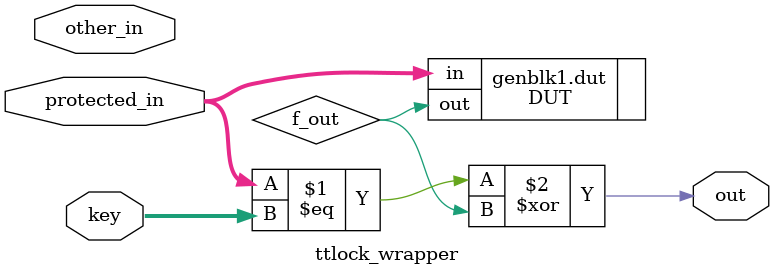
<source format=sv>

module ttlock_wrapper #(
	parameter WKEY = 32,
	parameter WINPUT = 32
)(other_in,protected_in,out,key);

input [WKEY-1:0] protected_in,key;
input [WINPUT-WKEY-1:0] other_in;
output logic out;
logic f_out;

generate
	if ((WINPUT-WKEY)>0) begin
		DUT dut (.in({other_in,protected_in}),.out(f_out));
	end else begin
		DUT dut (.in(protected_in),.out(f_out));
	end
endgenerate

assign out = (protected_in == key) ^ f_out;

endmodule


</source>
